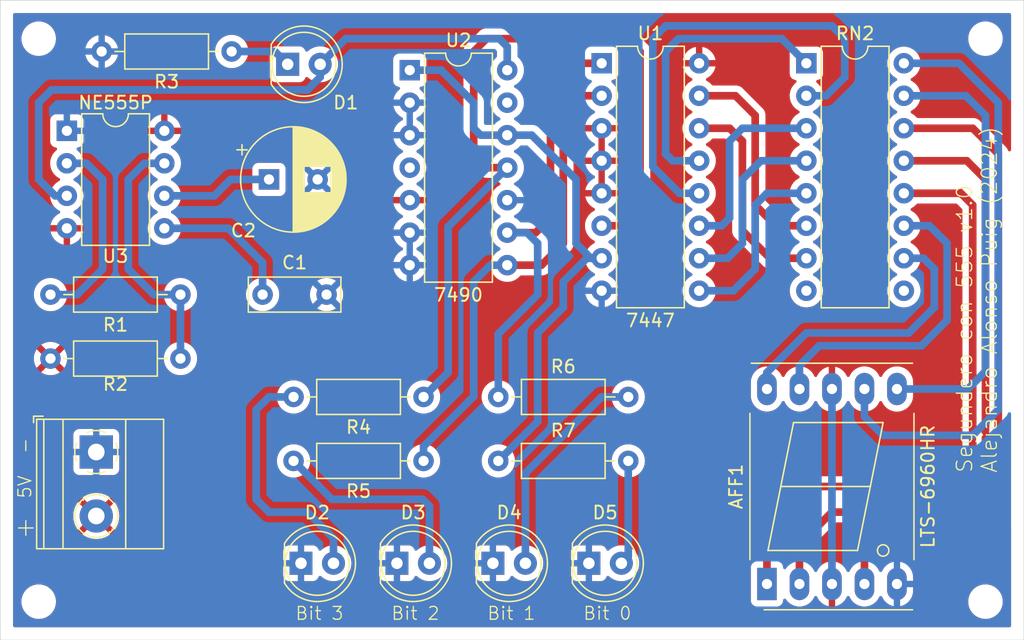
<source format=kicad_pcb>
(kicad_pcb (version 20221018) (generator pcbnew)
  (layers (0 "F.Cu" signal) (31 "B.Cu" signal) (34 "B.Paste" user) (35 "F.Paste" user) (36 "B.SilkS" user "B.Silkscreen") (37 "F.SilkS" user "F.Silkscreen") (38 "B.Mask" user) (39 "F.Mask" user) (44 "Edge.Cuts" user))
  (net 0 "")
  (net 1 "Net-(AFF1-e)")
  (net 2 "Net-(AFF1-d)")
  (net 3 "+5V")
  (net 4 "Net-(AFF1-c)")
  (net 5 "Earth")
  (net 6 "Net-(AFF1-b)")
  (net 7 "Net-(AFF1-a)")
  (net 8 "Net-(AFF1-f)")
  (net 9 "Net-(AFF1-g)")
  (net 10 "Net-(U3-CV)")
  (net 11 "Net-(U3-THR)")
  (net 12 "Net-(D1-K)")
  (net 13 "Net-(D1-A)")
  (net 14 "Net-(D2-A)")
  (net 15 "Net-(D3-A)")
  (net 16 "Net-(D4-A)")
  (net 17 "Net-(D5-A)")
  (net 18 "Net-(U3-DIS)")
  (net 19 "Net-(RN2-R1.1)")
  (net 20 "Net-(RN2-R2.1)")
  (net 21 "Net-(RN2-R3.1)")
  (net 22 "Net-(RN2-R4.1)")
  (net 23 "Net-(RN2-R5.1)")
  (net 24 "Net-(RN2-R6.1)")
  (net 25 "Net-(RN2-R7.1)")
  (net 28 "Net-(U1-D)")
  (net 29 "Net-(U1-C)")
  (net 30 "Net-(U1-B)")
  (net 31 "Net-(U1-A)")
  (footprint "Capacitor_THT:CP_Radial_D8.0mm_P3.80mm" (layer "F.Cu") (at 101 74)
    (fp_text reference "C2" (at -2 4) (layer "F.SilkS"))
    (fp_text value "470uF" hide)
    (pad "1" thru_hole rect (at 0 0) (size 1.6 1.6) (drill 0.8) (layers "*.Cu" "*.Mask") (net 11 "Net-(U3-THR)"))
    (pad "2" thru_hole circle (at 3.8 0) (size 1.6 1.6) (drill 0.8) (layers "*.Cu" "*.Mask") (net 5 "Earth"))
  )
  (footprint "Display_7Segment:7SegmentLED_LTS6760_LTS6780" (layer "F.Cu") (at 139.92 105.62 90)
    (fp_text reference "AFF1" (at 7.62 -2.42 90) (layer "F.SilkS"))
    (fp_text value "LTS-6960HR" (at 7.62 12.58 90) (layer "F.SilkS"))
    (pad "1" thru_hole rect (at 0 0) (size 1.524 2.524) (drill 0.8) (layers "*.Cu" "*.Mask") (net 1 "Net-(AFF1-e)"))
    (pad "2" thru_hole oval (at 0 2.54) (size 1.524 2.524) (drill 0.8) (layers "*.Cu" "*.Mask") (net 2 "Net-(AFF1-d)"))
    (pad "3" thru_hole oval (at 0 5.08) (size 1.524 2.524) (drill 0.8) (layers "*.Cu" "*.Mask") (net 3 "+5V"))
    (pad "4" thru_hole oval (at 0 7.62) (size 1.524 2.524) (drill 0.8) (layers "*.Cu" "*.Mask") (net 4 "Net-(AFF1-c)"))
    (pad "5" thru_hole oval (at 0 10.16) (size 1.524 2.524) (drill 0.8) (layers "*.Cu" "*.Mask") (net 5 "Earth"))
    (pad "6" thru_hole oval (at 15.24 10.16) (size 1.524 2.524) (drill 0.8) (layers "*.Cu" "*.Mask") (net 6 "Net-(AFF1-b)"))
    (pad "7" thru_hole oval (at 15.24 7.62) (size 1.524 2.524) (drill 0.8) (layers "*.Cu" "*.Mask") (net 7 "Net-(AFF1-a)"))
    (pad "8" thru_hole oval (at 15.24 5.08) (size 1.524 2.524) (drill 0.8) (layers "*.Cu" "*.Mask") (net 3 "+5V"))
    (pad "9" thru_hole oval (at 15.24 2.54) (size 1.524 2.524) (drill 0.8) (layers "*.Cu" "*.Mask") (net 8 "Net-(AFF1-f)"))
    (pad "10" thru_hole oval (at 15.24 0) (size 1.524 2.524) (drill 0.8) (layers "*.Cu" "*.Mask") (net 9 "Net-(AFF1-g)"))
  )
  (footprint "MountingHole:MountingHole_2.2mm_M2" (layer "F.Cu") (at 157 107)
    (fp_text reference "REF**" hide)
    (fp_text value "MountingHole_2.2mm_M2" hide)
    (pad "" np_thru_hole circle (at 0 0) (size 2.2 2.2) (drill 2.2) (layers "F&B.Cu" "*.Mask"))
  )
  (footprint "Capacitor_THT:C_Rect_L7.0mm_W2.5mm_P5.00mm" (layer "F.Cu") (at 100.5 83)
    (fp_text reference "C1" (at 2.5 -2.5) (layer "F.SilkS"))
    (fp_text value "10nF" hide)
    (pad "1" thru_hole circle (at 0 0) (size 1.6 1.6) (drill 0.8) (layers "*.Cu" "*.Mask") (net 10 "Net-(U3-CV)"))
    (pad "2" thru_hole circle (at 5 0) (size 1.6 1.6) (drill 0.8) (layers "*.Cu" "*.Mask") (net 5 "Earth"))
  )
  (footprint "Resistor_THT:R_Axial_DIN0207_L6.3mm_D2.5mm_P10.16mm_Horizontal" (layer "F.Cu") (at 118.92 91)
    (fp_text reference "R6" (at 5.08 -2.37) (layer "F.SilkS"))
    (fp_text value "330R" hide)
    (pad "1" thru_hole circle (at 0 0) (size 1.6 1.6) (drill 0.8) (layers "*.Cu" "*.Mask") (net 30 "Net-(U1-B)"))
    (pad "2" thru_hole oval (at 10.16 0) (size 1.6 1.6) (drill 0.8) (layers "*.Cu" "*.Mask") (net 16 "Net-(D4-A)"))
  )
  (footprint "Resistor_THT:R_Axial_DIN0207_L6.3mm_D2.5mm_P10.16mm_Horizontal" (layer "F.Cu") (at 94.08 83 180)
    (fp_text reference "R1" (at 5.08 -2.37) (layer "F.SilkS"))
    (fp_text value "1K" hide)
    (pad "1" thru_hole circle (at 0 0 180) (size 1.6 1.6) (drill 0.8) (layers "*.Cu" "*.Mask") (net 18 "Net-(U3-DIS)"))
    (pad "2" thru_hole oval (at 10.16 0 180) (size 1.6 1.6) (drill 0.8) (layers "*.Cu" "*.Mask") (net 11 "Net-(U3-THR)"))
  )
  (footprint "Resistor_THT:R_Axial_DIN0207_L6.3mm_D2.5mm_P10.16mm_Horizontal" (layer "F.Cu") (at 83.92 88)
    (fp_text reference "R2" (at 5.08 2) (layer "F.SilkS"))
    (fp_text value "1K" hide)
    (pad "1" thru_hole circle (at 0 0) (size 1.6 1.6) (drill 0.8) (layers "*.Cu" "*.Mask") (net 3 "+5V"))
    (pad "2" thru_hole oval (at 10.16 0) (size 1.6 1.6) (drill 0.8) (layers "*.Cu" "*.Mask") (net 18 "Net-(U3-DIS)"))
  )
  (footprint "Package_DIP:DIP-14_W7.62mm" (layer "F.Cu") (at 112 65.46)
    (fp_text reference "U2" (at 3.81 -2.33) (layer "F.SilkS"))
    (fp_text value "7490" (at 3.81 17.57) (layer "F.SilkS"))
    (pad "1" thru_hole rect (at 0 0) (size 1.6 1.6) (drill 0.8) (layers "*.Cu" "*.Mask") (net 31 "Net-(U1-A)"))
    (pad "2" thru_hole oval (at 0 2.54) (size 1.6 1.6) (drill 0.8) (layers "*.Cu" "*.Mask") (net 5 "Earth"))
    (pad "3" thru_hole oval (at 0 5.08) (size 1.6 1.6) (drill 0.8) (layers "*.Cu" "*.Mask") (net 5 "Earth"))
    (pad "4" thru_hole oval (at 0 7.62) (size 1.6 1.6) (drill 0.8) (layers "*.Cu" "*.Mask"))
    (pad "5" thru_hole oval (at 0 10.16) (size 1.6 1.6) (drill 0.8) (layers "*.Cu" "*.Mask") (net 3 "+5V"))
    (pad "6" thru_hole oval (at 0 12.7) (size 1.6 1.6) (drill 0.8) (layers "*.Cu" "*.Mask") (net 5 "Earth"))
    (pad "7" thru_hole oval (at 0 15.24) (size 1.6 1.6) (drill 0.8) (layers "*.Cu" "*.Mask") (net 5 "Earth"))
    (pad "8" thru_hole oval (at 7.62 15.24) (size 1.6 1.6) (drill 0.8) (layers "*.Cu" "*.Mask") (net 29 "Net-(U1-C)"))
    (pad "9" thru_hole oval (at 7.62 12.7) (size 1.6 1.6) (drill 0.8) (layers "*.Cu" "*.Mask") (net 30 "Net-(U1-B)"))
    (pad "10" thru_hole oval (at 7.62 10.16) (size 1.6 1.6) (drill 0.8) (layers "*.Cu" "*.Mask") (net 5 "Earth"))
    (pad "11" thru_hole oval (at 7.62 7.62) (size 1.6 1.6) (drill 0.8) (layers "*.Cu" "*.Mask") (net 28 "Net-(U1-D)"))
    (pad "12" thru_hole oval (at 7.62 5.08) (size 1.6 1.6) (drill 0.8) (layers "*.Cu" "*.Mask") (net 31 "Net-(U1-A)"))
    (pad "13" thru_hole oval (at 7.62 2.54) (size 1.6 1.6) (drill 0.8) (layers "*.Cu" "*.Mask"))
    (pad "14" thru_hole oval (at 7.62 0) (size 1.6 1.6) (drill 0.8) (layers "*.Cu" "*.Mask") (net 13 "Net-(D1-A)"))
  )
  (footprint "LED_THT:LED_D5.0mm" (layer "F.Cu") (at 111 104)
    (fp_text reference "D3" (at 1.27 -3.96) (layer "F.SilkS"))
    (fp_text value "LED" hide)
    (pad "1" thru_hole rect (at 0 0) (size 1.8 1.8) (drill 0.9) (layers "*.Cu" "*.Mask") (net 5 "Earth"))
    (pad "2" thru_hole circle (at 2.54 0) (size 1.8 1.8) (drill 0.9) (layers "*.Cu" "*.Mask") (net 15 "Net-(D3-A)"))
  )
  (footprint "LED_THT:LED_D5.0mm" (layer "F.Cu") (at 118.5 104)
    (fp_text reference "D4" (at 1.27 -3.96) (layer "F.SilkS"))
    (fp_text value "LED" hide)
    (pad "1" thru_hole rect (at 0 0) (size 1.8 1.8) (drill 0.9) (layers "*.Cu" "*.Mask") (net 5 "Earth"))
    (pad "2" thru_hole circle (at 2.54 0) (size 1.8 1.8) (drill 0.9) (layers "*.Cu" "*.Mask") (net 16 "Net-(D4-A)"))
  )
  (footprint "LED_THT:LED_D5.0mm" (layer "F.Cu") (at 102.46 65)
    (fp_text reference "D1" (at 4.54 3) (layer "F.SilkS"))
    (fp_text value "LED" hide)
    (pad "1" thru_hole rect (at 0 0) (size 1.8 1.8) (drill 0.9) (layers "*.Cu" "*.Mask") (net 12 "Net-(D1-K)"))
    (pad "2" thru_hole circle (at 2.54 0) (size 1.8 1.8) (drill 0.9) (layers "*.Cu" "*.Mask") (net 13 "Net-(D1-A)"))
  )
  (footprint "MountingHole:MountingHole_2.2mm_M2" (layer "F.Cu") (at 83 107)
    (fp_text reference "REF**" hide)
    (fp_text value "MountingHole_2.2mm_M2" hide)
    (pad "" np_thru_hole circle (at 0 0) (size 2.2 2.2) (drill 2.2) (layers "F&B.Cu" "*.Mask"))
  )
  (footprint "TerminalBlock_Phoenix:TerminalBlock_Phoenix_MKDS-1,5-2_1x02_P5.00mm_Horizontal" (layer "F.Cu") (at 87.5 95.305 -90)
    (fp_text reference "J1" hide)
    (fp_text value "5V in")
    (pad "1" thru_hole rect (at 0 0 270) (size 2.6 2.6) (drill 1.3) (layers "*.Cu" "*.Mask") (net 5 "Earth"))
    (pad "2" thru_hole circle (at 5 0 270) (size 2.6 2.6) (drill 1.3) (layers "*.Cu" "*.Mask") (net 3 "+5V"))
  )
  (footprint "MountingHole:MountingHole_2.2mm_M2" (layer "F.Cu") (at 83 63)
    (fp_text reference "REF**" hide)
    (fp_text value "MountingHole_2.2mm_M2" hide)
    (pad "" np_thru_hole circle (at 0 0) (size 2.2 2.2) (drill 2.2) (layers "*.Cu" "*.Mask"))
  )
  (footprint "Resistor_THT:R_Axial_DIN0207_L6.3mm_D2.5mm_P10.16mm_Horizontal" (layer "F.Cu") (at 113.08 96 180)
    (fp_text reference "R5" (at 5.08 -2.37) (layer "F.SilkS"))
    (fp_text value "330R" hide)
    (pad "1" thru_hole circle (at 0 0 180) (size 1.6 1.6) (drill 0.8) (layers "*.Cu" "*.Mask") (net 29 "Net-(U1-C)"))
    (pad "2" thru_hole oval (at 10.16 0 180) (size 1.6 1.6) (drill 0.8) (layers "*.Cu" "*.Mask") (net 15 "Net-(D3-A)"))
  )
  (footprint "Resistor_THT:R_Axial_DIN0207_L6.3mm_D2.5mm_P10.16mm_Horizontal" (layer "F.Cu") (at 113.08 91 180)
    (fp_text reference "R4" (at 5.08 -2.37) (layer "F.SilkS"))
    (fp_text value "330R" hide)
    (pad "1" thru_hole circle (at 0 0 180) (size 1.6 1.6) (drill 0.8) (layers "*.Cu" "*.Mask") (net 28 "Net-(U1-D)"))
    (pad "2" thru_hole oval (at 10.16 0 180) (size 1.6 1.6) (drill 0.8) (layers "*.Cu" "*.Mask") (net 14 "Net-(D2-A)"))
  )
  (footprint "LED_THT:LED_D5.0mm" (layer "F.Cu") (at 126 104)
    (fp_text reference "D5" (at 1.27 -3.96) (layer "F.SilkS"))
    (fp_text value "LED" hide)
    (pad "1" thru_hole rect (at 0 0) (size 1.8 1.8) (drill 0.9) (layers "*.Cu" "*.Mask") (net 5 "Earth"))
    (pad "2" thru_hole circle (at 2.54 0) (size 1.8 1.8) (drill 0.9) (layers "*.Cu" "*.Mask") (net 17 "Net-(D5-A)"))
  )
  (footprint "MountingHole:MountingHole_2.2mm_M2" (layer "F.Cu") (at 157 63)
    (fp_text reference "REF**" hide)
    (fp_text value "MountingHole_2.2mm_M2" hide)
    (pad "" np_thru_hole circle (at 0 0) (size 2.2 2.2) (drill 2.2) (layers "F&B.Cu" "*.Mask"))
  )
  (footprint "LED_THT:LED_D5.0mm" (layer "F.Cu") (at 103.5 104)
    (fp_text reference "D2" (at 1.27 -3.96) (layer "F.SilkS"))
    (fp_text value "LED" hide)
    (pad "1" thru_hole rect (at 0 0) (size 1.8 1.8) (drill 0.9) (layers "*.Cu" "*.Mask") (net 5 "Earth"))
    (pad "2" thru_hole circle (at 2.54 0) (size 1.8 1.8) (drill 0.9) (layers "*.Cu" "*.Mask") (net 14 "Net-(D2-A)"))
  )
  (footprint "Package_DIP:DIP-16_W7.62mm" (layer "F.Cu") (at 143 64.92)
    (fp_text reference "RN2" (at 3.81 -2.33) (layer "F.SilkS"))
    (fp_text value "330R")
    (pad "1" thru_hole rect (at 0 0) (size 1.6 1.6) (drill 0.8) (layers "*.Cu" "*.Mask") (net 19 "Net-(RN2-R1.1)"))
    (pad "2" thru_hole oval (at 0 2.54) (size 1.6 1.6) (drill 0.8) (layers "*.Cu" "*.Mask") (net 20 "Net-(RN2-R2.1)"))
    (pad "3" thru_hole oval (at 0 5.08) (size 1.6 1.6) (drill 0.8) (layers "*.Cu" "*.Mask") (net 21 "Net-(RN2-R3.1)"))
    (pad "4" thru_hole oval (at 0 7.62) (size 1.6 1.6) (drill 0.8) (layers "*.Cu" "*.Mask") (net 22 "Net-(RN2-R4.1)"))
    (pad "5" thru_hole oval (at 0 10.16) (size 1.6 1.6) (drill 0.8) (layers "*.Cu" "*.Mask") (net 23 "Net-(RN2-R5.1)"))
    (pad "6" thru_hole oval (at 0 12.7) (size 1.6 1.6) (drill 0.8) (layers "*.Cu" "*.Mask") (net 24 "Net-(RN2-R6.1)"))
    (pad "7" thru_hole oval (at 0 15.24) (size 1.6 1.6) (drill 0.8) (layers "*.Cu" "*.Mask") (net 25 "Net-(RN2-R7.1)"))
    (pad "8" thru_hole oval (at 0 17.78) (size 1.6 1.6) (drill 0.8) (layers "*.Cu" "*.Mask"))
    (pad "9" thru_hole oval (at 7.62 17.78) (size 1.6 1.6) (drill 0.8) (layers "*.Cu" "*.Mask"))
    (pad "10" thru_hole oval (at 7.62 15.24) (size 1.6 1.6) (drill 0.8) (layers "*.Cu" "*.Mask") (net 9 "Net-(AFF1-g)"))
    (pad "11" thru_hole oval (at 7.62 12.7) (size 1.6 1.6) (drill 0.8) (layers "*.Cu" "*.Mask") (net 8 "Net-(AFF1-f)"))
    (pad "12" thru_hole oval (at 7.62 10.16) (size 1.6 1.6) (drill 0.8) (layers "*.Cu" "*.Mask") (net 1 "Net-(AFF1-e)"))
    (pad "13" thru_hole oval (at 7.62 7.62) (size 1.6 1.6) (drill 0.8) (layers "*.Cu" "*.Mask") (net 2 "Net-(AFF1-d)"))
    (pad "14" thru_hole oval (at 7.62 5.08) (size 1.6 1.6) (drill 0.8) (layers "*.Cu" "*.Mask") (net 4 "Net-(AFF1-c)"))
    (pad "15" thru_hole oval (at 7.62 2.54) (size 1.6 1.6) (drill 0.8) (layers "*.Cu" "*.Mask") (net 6 "Net-(AFF1-b)"))
    (pad "16" thru_hole oval (at 7.62 0) (size 1.6 1.6) (drill 0.8) (layers "*.Cu" "*.Mask") (net 7 "Net-(AFF1-a)"))
  )
  (footprint "Package_DIP:DIP-16_W7.62mm" (layer "F.Cu") (at 127 64.92)
    (fp_text reference "U1" (at 3.81 -2.33) (layer "F.SilkS"))
    (fp_text value "7447" (at 3.81 20.11) (layer "F.SilkS"))
    (pad "1" thru_hole rect (at 0 0) (size 1.6 1.6) (drill 0.8) (layers "*.Cu" "*.Mask") (net 30 "Net-(U1-B)"))
    (pad "2" thru_hole oval (at 0 2.54) (size 1.6 1.6) (drill 0.8) (layers "*.Cu" "*.Mask") (net 29 "Net-(U1-C)"))
    (pad "3" thru_hole oval (at 0 5.08) (size 1.6 1.6) (drill 0.8) (layers "*.Cu" "*.Mask") (net 3 "+5V"))
    (pad "4" thru_hole oval (at 0 7.62) (size 1.6 1.6) (drill 0.8) (layers "*.Cu" "*.Mask") (net 3 "+5V"))
    (pad "5" thru_hole oval (at 0 10.16) (size 1.6 1.6) (drill 0.8) (layers "*.Cu" "*.Mask") (net 3 "+5V"))
    (pad "6" thru_hole oval (at 0 12.7) (size 1.6 1.6) (drill 0.8) (layers "*.Cu" "*.Mask") (net 28 "Net-(U1-D)"))
    (pad "7" thru_hole oval (at 0 15.24) (size 1.6 1.6) (drill 0.8) (layers "*.Cu" "*.Mask") (net 31 "Net-(U1-A)"))
    (pad "8" thru_hole oval (at 0 17.78) (size 1.6 1.6) (drill 0.8) (layers "*.Cu" "*.Mask") (net 5 "Earth"))
    (pad "9" thru_hole oval (at 7.62 17.78) (size 1.6 1.6) (drill 0.8) (layers "*.Cu" "*.Mask") (net 23 "Net-(RN2-R5.1)"))
    (pad "10" thru_hole oval (at 7.62 15.24) (size 1.6 1.6) (drill 0.8) (layers "*.Cu" "*.Mask") (net 22 "Net-(RN2-R4.1)"))
    (pad "11" thru_hole oval (at 7.62 12.7) (size 1.6 1.6) (drill 0.8) (layers "*.Cu" "*.Mask") (net 21 "Net-(RN2-R3.1)"))
    (pad "12" thru_hole oval (at 7.62 10.16) (size 1.6 1.6) (drill 0.8) (layers "*.Cu" "*.Mask") (net 20 "Net-(RN2-R2.1)"))
    (pad "13" thru_hole oval (at 7.62 7.62) (size 1.6 1.6) (drill 0.8) (layers "*.Cu" "*.Mask") (net 19 "Net-(RN2-R1.1)"))
    (pad "14" thru_hole oval (at 7.62 5.08) (size 1.6 1.6) (drill 0.8) (layers "*.Cu" "*.Mask") (net 25 "Net-(RN2-R7.1)"))
    (pad "15" thru_hole oval (at 7.62 2.54) (size 1.6 1.6) (drill 0.8) (layers "*.Cu" "*.Mask") (net 24 "Net-(RN2-R6.1)"))
    (pad "16" thru_hole oval (at 7.62 0) (size 1.6 1.6) (drill 0.8) (layers "*.Cu" "*.Mask") (net 3 "+5V"))
  )
  (footprint "Package_DIP:DIP-8_W7.62mm" (layer "F.Cu") (at 85.2 70.2)
    (fp_text reference "U3" (at 3.8 9.8) (layer "F.SilkS"))
    (fp_text value "NE555P" (at 3.81 -2.2) (layer "F.SilkS"))
    (pad "1" thru_hole rect (at 0 0) (size 1.6 1.6) (drill 0.8) (layers "*.Cu" "*.Mask") (net 5 "Earth"))
    (pad "2" thru_hole oval (at 0 2.54) (size 1.6 1.6) (drill 0.8) (layers "*.Cu" "*.Mask") (net 11 "Net-(U3-THR)"))
    (pad "3" thru_hole oval (at 0 5.08) (size 1.6 1.6) (drill 0.8) (layers "*.Cu" "*.Mask") (net 13 "Net-(D1-A)"))
    (pad "4" thru_hole oval (at 0 7.62) (size 1.6 1.6) (drill 0.8) (layers "*.Cu" "*.Mask") (net 3 "+5V"))
    (pad "5" thru_hole oval (at 7.62 7.62) (size 1.6 1.6) (drill 0.8) (layers "*.Cu" "*.Mask") (net 10 "Net-(U3-CV)"))
    (pad "6" thru_hole oval (at 7.62 5.08) (size 1.6 1.6) (drill 0.8) (layers "*.Cu" "*.Mask") (net 11 "Net-(U3-THR)"))
    (pad "7" thru_hole oval (at 7.62 2.54) (size 1.6 1.6) (drill 0.8) (layers "*.Cu" "*.Mask") (net 18 "Net-(U3-DIS)"))
    (pad "8" thru_hole oval (at 7.62 0) (size 1.6 1.6) (drill 0.8) (layers "*.Cu" "*.Mask") (net 3 "+5V"))
  )
  (footprint "Resistor_THT:R_Axial_DIN0207_L6.3mm_D2.5mm_P10.16mm_Horizontal" (layer "F.Cu") (at 98.08 64 180)
    (fp_text reference "R3" (at 5.08 -2.37) (layer "F.SilkS"))
    (fp_text value "330R" hide)
    (pad "1" thru_hole circle (at 0 0 180) (size 1.6 1.6) (drill 0.8) (layers "*.Cu" "*.Mask") (net 12 "Net-(D1-K)"))
    (pad "2" thru_hole oval (at 10.16 0 180) (size 1.6 1.6) (drill 0.8) (layers "*.Cu" "*.Mask") (net 5 "Earth"))
  )
  (footprint "Resistor_THT:R_Axial_DIN0207_L6.3mm_D2.5mm_P10.16mm_Horizontal" (layer "F.Cu") (at 118.92 96)
    (fp_text reference "R7" (at 5.08 -2.37) (layer "F.SilkS"))
    (fp_text value "330R" hide)
    (pad "1" thru_hole circle (at 0 0) (size 1.6 1.6) (drill 0.8) (layers "*.Cu" "*.Mask") (net 31 "Net-(U1-A)"))
    (pad "2" thru_hole oval (at 10.16 0) (size 1.6 1.6) (drill 0.8) (layers "*.Cu" "*.Mask") (net 17 "Net-(D5-A)"))
  )
  (gr_line (start 80 110) (end 160 110) (stroke (width 0.05)) (layer "Edge.Cuts"))
  (gr_line (start 160 60) (end 80 60) (stroke (width 0.05)) (layer "Edge.Cuts"))
  (gr_line (start 80 60) (end 80 110) (stroke (width 0.05)) (layer "Edge.Cuts"))
  (gr_line (start 160 110) (end 160 60) (stroke (width 0.05)) (layer "Edge.Cuts"))
  (gr_text "Bit 0" (at 125.5 108.5) (layer "F.SilkS") (effects (font (size 1 1) (thickness 0.1)) (justify left bottom)))
  (gr_text "Segundero con 555 v1.0\nAlejandro Alonso Puig (2024)" (at 158 97 90) (layer "F.SilkS") (effects (font (size 1.2 1.2) (thickness 0.1)) (justify left bottom)))
  (gr_text "-" (at 82.5 95.5 90) (layer "F.SilkS") (effects (font (size 1 1) (thickness 0.1)) (justify left bottom)))
  (gr_text "Bit 1" (at 118 108.5) (layer "F.SilkS") (effects (font (size 1 1) (thickness 0.1)) (justify left bottom)))
  (gr_text "+" (at 81 102) (layer "F.SilkS") (effects (font (size 1.5 1.5) (thickness 0.1)) (justify left bottom)))
  (gr_text "5V" (at 82.5 99 90) (layer "F.SilkS") (effects (font (size 1 1) (thickness 0.1)) (justify left bottom)))
  (gr_text "Bit 3" (at 103 108.5) (layer "F.SilkS") (effects (font (size 1 1) (thickness 0.1)) (justify left bottom)))
  (gr_text "Bit 2" (at 110.5 108.5) (layer "F.SilkS") (effects (font (size 1 1) (thickness 0.1)) (justify left bottom)))
  (segment (start 142 98) (end 155 98) (width 0.6) (layer "F.Cu") (net 1))
  (segment (start 155 75) (end 154.92 75.08) (width 0.6) (layer "F.Cu") (net 1))
  (segment (start 156 76) (end 155 75) (width 0.6) (layer "F.Cu") (net 1))
  (segment (start 139.92 100.08) (end 142 98) (width 0.6) (layer "F.Cu") (net 1))
  (segment (start 154.92 75.08) (end 150.62 75.08) (width 0.6) (layer "F.Cu") (net 1))
  (segment (start 156 97) (end 156 76) (width 0.6) (layer "F.Cu") (net 1))
  (segment (start 139.92 105.62) (end 139.92 100.08) (width 0.6) (layer "F.Cu") (net 1))
  (segment (start 155 98) (end 156 97) (width 0.6) (layer "F.Cu") (net 1))
  (segment (start 142.46 105.62) (end 142.46 102.54) (width 0.6) (layer "F.Cu") (net 2))
  (segment (start 142.46 102.54) (end 145 100) (width 0.6) (layer "F.Cu") (net 2))
  (segment (start 157 99) (end 157 74) (width 0.6) (layer "F.Cu") (net 2))
  (segment (start 156 100) (end 157 99) (width 0.6) (layer "F.Cu") (net 2))
  (segment (start 157 74) (end 155.54 72.54) (width 0.6) (layer "F.Cu") (net 2))
  (segment (start 145 100) (end 156 100) (width 0.6) (layer "F.Cu") (net 2))
  (segment (start 155.54 72.54) (end 150.62 72.54) (width 0.6) (layer "F.Cu") (net 2))
  (segment (start 145 90.38) (end 145 105.62) (width 0.6) (layer "B.Cu") (net 3))
  (segment (start 158 101) (end 158 72) (width 0.6) (layer "F.Cu") (net 4))
  (segment (start 149 102) (end 157 102) (width 0.6) (layer "F.Cu") (net 4))
  (segment (start 157 102) (end 158 101) (width 0.6) (layer "F.Cu") (net 4))
  (segment (start 158 72) (end 156 70) (width 0.6) (layer "F.Cu") (net 4))
  (segment (start 156 70) (end 150.62 70) (width 0.6) (layer "F.Cu") (net 4))
  (segment (start 147.54 103.46) (end 149 102) (width 0.6) (layer "F.Cu") (net 4))
  (segment (start 147.54 105.62) (end 147.54 103.46) (width 0.6) (layer "F.Cu") (net 4))
  (segment (start 157 89) (end 157 69) (width 0.6) (layer "B.Cu") (net 6))
  (segment (start 157 69) (end 155.46 67.46) (width 0.6) (layer "B.Cu") (net 6))
  (segment (start 155.46 67.46) (end 150.62 67.46) (width 0.6) (layer "B.Cu") (net 6))
  (segment (start 155.62 90.38) (end 157 89) (width 0.6) (layer "B.Cu") (net 6))
  (segment (start 150.08 90.38) (end 155.62 90.38) (width 0.6) (layer "B.Cu") (net 6))
  (segment (start 158 92) (end 158 68) (width 0.6) (layer "B.Cu") (net 7))
  (segment (start 156 94) (end 158 92) (width 0.6) (layer "B.Cu") (net 7))
  (segment (start 147.54 92.54) (end 149 94) (width 0.6) (layer "B.Cu") (net 7))
  (segment (start 154.92 64.92) (end 150.62 64.92) (width 0.6) (layer "B.Cu") (net 7))
  (segment (start 158 68) (end 154.92 64.92) (width 0.6) (layer "B.Cu") (net 7))
  (segment (start 147.54 90.38) (end 147.54 92.54) (width 0.6) (layer "B.Cu") (net 7))
  (segment (start 149 94) (end 156 94) (width 0.6) (layer "B.Cu") (net 7))
  (segment (start 144 87) (end 152 87) (width 0.6) (layer "B.Cu") (net 8))
  (segment (start 142.46 88.54) (end 144 87) (width 0.6) (layer "B.Cu") (net 8))
  (segment (start 152 87) (end 154 85) (width 0.6) (layer "B.Cu") (net 8))
  (segment (start 154 85) (end 154 79) (width 0.6) (layer "B.Cu") (net 8))
  (segment (start 152.62 77.62) (end 150.62 77.62) (width 0.6) (layer "B.Cu") (net 8))
  (segment (start 142.46 90.38) (end 142.46 88.54) (width 0.6) (layer "B.Cu") (net 8))
  (segment (start 154 79) (end 152.62 77.62) (width 0.6) (layer "B.Cu") (net 8))
  (segment (start 139.92 90.38) (end 139.92 89.08) (width 0.6) (layer "B.Cu") (net 9))
  (segment (start 153 81) (end 152.16 80.16) (width 0.6) (layer "B.Cu") (net 9))
  (segment (start 151 86) (end 153 84) (width 0.6) (layer "B.Cu") (net 9))
  (segment (start 153 84) (end 153 81) (width 0.6) (layer "B.Cu") (net 9))
  (segment (start 139.92 89.08) (end 143 86) (width 0.6) (layer "B.Cu") (net 9))
  (segment (start 152.16 80.16) (end 150.62 80.16) (width 0.6) (layer "B.Cu") (net 9))
  (segment (start 143 86) (end 151 86) (width 0.6) (layer "B.Cu") (net 9))
  (segment (start 100.5 80.5) (end 100.5 83) (width 0.6) (layer "B.Cu") (net 10))
  (segment (start 97.82 77.82) (end 100.5 80.5) (width 0.6) (layer "B.Cu") (net 10))
  (segment (start 92.82 77.82) (end 97.82 77.82) (width 0.6) (layer "B.Cu") (net 10))
  (segment (start 101 74) (end 98 74) (width 0.6) (layer "B.Cu") (net 11))
  (segment (start 98 74) (end 96.72 75.28) (width 0.6) (layer "B.Cu") (net 11))
  (segment (start 83.92 83) (end 86 83) (width 0.6) (layer "B.Cu") (net 11))
  (segment (start 86 83) (end 88 81) (width 0.6) (layer "B.Cu") (net 11))
  (segment (start 96.72 75.28) (end 92.82 75.28) (width 0.6) (layer "B.Cu") (net 11))
  (segment (start 86.74 72.74) (end 85.2 72.74) (width 0.6) (layer "B.Cu") (net 11))
  (segment (start 88 74) (end 86.74 72.74) (width 0.6) (layer "B.Cu") (net 11))
  (segment (start 88 81) (end 88 74) (width 0.6) (layer "B.Cu") (net 11))
  (segment (start 101.46 64) (end 102.46 65) (width 0.6) (layer "B.Cu") (net 12))
  (segment (start 98.08 64) (end 101.46 64) (width 0.6) (layer "B.Cu") (net 12))
  (segment (start 105 65) (end 105 66) (width 0.6) (layer "B.Cu") (net 13))
  (segment (start 83 68) (end 83 74) (width 0.6) (layer "B.Cu") (net 13))
  (segment (start 105 65) (end 107 63) (width 0.6) (layer "B.Cu") (net 13))
  (segment (start 107 63) (end 119 63) (width 0.6) (layer "B.Cu") (net 13))
  (segment (start 105 66) (end 104 67) (width 0.6) (layer "B.Cu") (net 13))
  (segment (start 84 67) (end 83 68) (width 0.6) (layer "B.Cu") (net 13))
  (segment (start 84.28 75.28) (end 85.2 75.28) (width 0.6) (layer "B.Cu") (net 13))
  (segment (start 83 74) (end 84.28 75.28) (width 0.6) (layer "B.Cu") (net 13))
  (segment (start 119.62 63.62) (end 119.62 65.46) (width 0.6) (layer "B.Cu") (net 13))
  (segment (start 119 63) (end 119.62 63.62) (width 0.6) (layer "B.Cu") (net 13))
  (segment (start 104 67) (end 84 67) (width 0.6) (layer "B.Cu") (net 13))
  (segment (start 106.04 104) (end 106.04 102.04) (width 0.6) (layer "B.Cu") (net 14))
  (segment (start 104 100) (end 101 100) (width 0.6) (layer "B.Cu") (net 14))
  (segment (start 106.04 102.04) (end 104 100) (width 0.6) (layer "B.Cu") (net 14))
  (segment (start 100 92) (end 101 91) (width 0.6) (layer "B.Cu") (net 14))
  (segment (start 101 100) (end 100 99) (width 0.6) (layer "B.Cu") (net 14))
  (segment (start 101 91) (end 102.92 91) (width 0.6) (layer "B.Cu") (net 14))
  (segment (start 100 99) (end 100 92) (width 0.6) (layer "B.Cu") (net 14))
  (segment (start 105.92 99) (end 102.92 96) (width 0.6) (layer "B.Cu") (net 15))
  (segment (start 113.54 99.54) (end 113 99) (width 0.6) (layer "B.Cu") (net 15))
  (segment (start 113.54 104) (end 113.54 99.54) (width 0.6) (layer "B.Cu") (net 15))
  (segment (start 113 99) (end 105.92 99) (width 0.6) (layer "B.Cu") (net 15))
  (segment (start 129.08 91) (end 127 91) (width 0.6) (layer "B.Cu") (net 16))
  (segment (start 121.04 96.96) (end 121.04 104) (width 0.6) (layer "B.Cu") (net 16))
  (segment (start 127 91) (end 121.04 96.96) (width 0.6) (layer "B.Cu") (net 16))
  (segment (start 129.08 96) (end 129.08 103.46) (width 0.6) (layer "B.Cu") (net 17))
  (segment (start 129.08 103.46) (end 128.54 104) (width 0.6) (layer "B.Cu") (net 17))
  (segment (start 94.08 88) (end 94.08 83) (width 0.6) (layer "B.Cu") (net 18))
  (segment (start 90 74) (end 91.26 72.74) (width 0.6) (layer "B.Cu") (net 18))
  (segment (start 92 83) (end 90 81) (width 0.6) (layer "B.Cu") (net 18))
  (segment (start 94.08 83) (end 92 83) (width 0.6) (layer "B.Cu") (net 18))
  (segment (start 91.26 72.74) (end 92.82 72.74) (width 0.6) (layer "B.Cu") (net 18))
  (segment (start 90 81) (end 90 74) (width 0.6) (layer "B.Cu") (net 18))
  (segment (start 132 64) (end 133 63) (width 0.6) (layer "B.Cu") (net 19))
  (segment (start 141.08 63) (end 143 64.92) (width 0.6) (layer "B.Cu") (net 19))
  (segment (start 134.62 72.54) (end 132.54 72.54) (width 0.6) (layer "B.Cu") (net 19))
  (segment (start 133 63) (end 141.08 63) (width 0.6) (layer "B.Cu") (net 19))
  (segment (start 132 72) (end 132 64) (width 0.6) (layer "B.Cu") (net 19))
  (segment (start 132.54 72.54) (end 132 72) (width 0.6) (layer "B.Cu") (net 19))
  (segment (start 144.54 67.46) (end 143 67.46) (width 0.6) (layer "B.Cu") (net 20))
  (segment (start 133.08 75.08) (end 131 73) (width 0.6) (layer "B.Cu") (net 20))
  (segment (start 146 66) (end 144.54 67.46) (width 0.6) (layer "B.Cu") (net 20))
  (segment (start 134.62 75.08) (end 133.08 75.08) (width 0.6) (layer "B.Cu") (net 20))
  (segment (start 145 62) (end 146 63) (width 0.6) (layer "B.Cu") (net 20))
  (segment (start 146 63) (end 146 66) (width 0.6) (layer "B.Cu") (net 20))
  (segment (start 132 62) (end 145 62) (width 0.6) (layer "B.Cu") (net 20))
  (segment (start 131 73) (end 131 63) (width 0.6) (layer "B.Cu") (net 20))
  (segment (start 131 63) (end 132 62) (width 0.6) (layer "B.Cu") (net 20))
  (segment (start 137 77) (end 137 71) (width 0.6) (layer "B.Cu") (net 21))
  (segment (start 137 71) (end 138 70) (width 0.6) (layer "B.Cu") (net 21))
  (segment (start 136.38 77.62) (end 137 77) (width 0.6) (layer "B.Cu") (net 21))
  (segment (start 134.62 77.62) (end 136.38 77.62) (width 0.6) (layer "B.Cu") (net 21))
  (segment (start 138 70) (end 143 70) (width 0.6) (layer "B.Cu") (net 21))
  (segment (start 136.84 80.16) (end 138 79) (width 0.6) (layer "B.Cu") (net 22))
  (segment (start 139.46 72.54) (end 143 72.54) (width 0.6) (layer "B.Cu") (net 22))
  (segment (start 138 74) (end 139.46 72.54) (width 0.6) (layer "B.Cu") (net 22))
  (segment (start 138 79) (end 138 74) (width 0.6) (layer "B.Cu") (net 22))
  (segment (start 134.62 80.16) (end 136.84 80.16) (width 0.6) (layer "B.Cu") (net 22))
  (segment (start 134.62 82.7) (end 137.3 82.7) (width 0.6) (layer "B.Cu") (net 23))
  (segment (start 139.92 75.08) (end 143 75.08) (width 0.6) (layer "B.Cu") (net 23))
  (segment (start 137.3 82.7) (end 139 81) (width 0.6) (layer "B.Cu") (net 23))
  (segment (start 139 76) (end 139.92 75.08) (width 0.6) (layer "B.Cu") (net 23))
  (segment (start 139 81) (end 139 76) (width 0.6) (layer "B.Cu") (net 23))
  (segment (start 139 76) (end 140.62 77.62) (width 0.6) (layer "F.Cu") (net 24))
  (segment (start 140.62 77.62) (end 143 77.62) (width 0.6) (layer "F.Cu") (net 24))
  (segment (start 137.46 67.46) (end 139 69) (width 0.6) (layer "F.Cu") (net 24))
  (segment (start 139 69) (end 139 76) (width 0.6) (layer "F.Cu") (net 24))
  (segment (start 134.62 67.46) (end 137.46 67.46) (width 0.6) (layer "F.Cu") (net 24))
  (segment (start 138 71) (end 138 78) (width 0.6) (layer "F.Cu") (net 25))
  (segment (start 138 78) (end 140.16 80.16) (width 0.6) (layer "F.Cu") (net 25))
  (segment (start 137 70) (end 138 71) (width 0.6) (layer "F.Cu") (net 25))
  (segment (start 140.16 80.16) (end 143 80.16) (width 0.6) (layer "F.Cu") (net 25))
  (segment (start 134.62 70) (end 137 70) (width 0.6) (layer "F.Cu") (net 25))
  (segment (start 117 64) (end 118 63) (width 0.6) (layer "F.Cu") (net 28))
  (segment (start 129 63) (end 130 64) (width 0.6) (layer "F.Cu") (net 28))
  (segment (start 119.62 73.08) (end 118.08 73.08) (width 0.6) (layer "F.Cu") (net 28))
  (segment (start 130 64) (end 130 76) (width 0.6) (layer "F.Cu") (net 28))
  (segment (start 130 76) (end 128.38 77.62) (width 0.6) (layer "F.Cu") (net 28))
  (segment (start 128.38 77.62) (end 127 77.62) (width 0.6) (layer "F.Cu") (net 28))
  (segment (start 118 63) (end 129 63) (width 0.6) (layer "F.Cu") (net 28))
  (segment (start 118.08 73.08) (end 117 72) (width 0.6) (layer "F.Cu") (net 28))
  (segment (start 117 72) (end 117 64) (width 0.6) (layer "F.Cu") (net 28))
  (segment (start 115 77.7) (end 115 89.08) (width 0.6) (layer "B.Cu") (net 28))
  (segment (start 115 89.08) (end 113.08 91) (width 0.6) (layer "B.Cu") (net 28))
  (segment (start 119.62 73.08) (end 115 77.7) (width 0.6) (layer "B.Cu") (net 28))
  (segment (start 119.62 80.7) (end 122.3 80.7) (width 0.6) (layer "F.Cu") (net 29))
  (segment (start 125.54 67.46) (end 127 67.46) (width 0.6) (layer "F.Cu") (net 29))
  (segment (start 124 79) (end 124 69) (width 0.6) (layer "F.Cu") (net 29))
  (segment (start 124 69) (end 125.54 67.46) (width 0.6) (layer "F.Cu") (net 29))
  (segment (start 122.3 80.7) (end 124 79) (width 0.6) (layer "F.Cu") (net 29))
  (segment (start 118.3 80.7) (end 119.62 80.7) (width 0.6) (layer "B.Cu") (net 29))
  (segment (start 117 82) (end 118.3 80.7) (width 0.6) (layer "B.Cu") (net 29))
  (segment (start 117 90.94863) (end 117 82) (width 0.6) (layer "B.Cu") (net 29))
  (segment (start 113.08 96) (end 113.08 94.86863) (width 0.6) (layer "B.Cu") (net 29))
  (segment (start 113.08 94.86863) (end 117 90.94863) (width 0.6) (layer "B.Cu") (net 29))
  (segment (start 121.84 78.16) (end 123 77) (width 0.6) (layer "F.Cu") (net 30))
  (segment (start 119.62 78.16) (end 121.84 78.16) (width 0.6) (layer "F.Cu") (net 30))
  (segment (start 124.08 64.92) (end 127 64.92) (width 0.6) (layer "F.Cu") (net 30))
  (segment (start 123 66) (end 124.08 64.92) (width 0.6) (layer "F.Cu") (net 30))
  (segment (start 123 77) (end 123 66) (width 0.6) (layer "F.Cu") (net 30))
  (segment (start 122 79) (end 121.16 78.16) (width 0.6) (layer "B.Cu") (net 30))
  (segment (start 122 83) (end 122 79) (width 0.6) (layer "B.Cu") (net 30))
  (segment (start 121.16 78.16) (end 119.62 78.16) (width 0.6) (layer "B.Cu") (net 30))
  (segment (start 118.92 91) (end 118.92 86.08) (width 0.6) (layer "B.Cu") (net 30))
  (segment (start 118.92 86.08) (end 122 83) (width 0.6) (layer "B.Cu") (net 30))
  (segment (start 125 79) (end 125 74) (width 0.6) (layer "B.Cu") (net 31))
  (segment (start 117 70) (end 117.54 70.54) (width 0.6) (layer "B.Cu") (net 31))
  (segment (start 112 65.46) (end 114.46 65.46) (width 0.6) (layer "B.Cu") (net 31))
  (segment (start 114.46 65.46) (end 117 68) (width 0.6) (layer "B.Cu") (net 31))
  (segment (start 117.54 70.54) (end 119.62 70.54) (width 0.6) (layer "B.Cu") (net 31))
  (segment (start 126.16 80.16) (end 125 79) (width 0.6) (layer "B.Cu") (net 31))
  (segment (start 122 86) (end 124 84) (width 0.6) (layer "B.Cu") (net 31))
  (segment (start 125.84 80.16) (end 127 80.16) (width 0.6) (layer "B.Cu") (net 31))
  (segment (start 125 74) (end 121.54 70.54) (width 0.6) (layer "B.Cu") (net 31))
  (segment (start 117 68) (end 117 70) (width 0.6) (layer "B.Cu") (net 31))
  (segment (start 127 80.16) (end 126.16 80.16) (width 0.6) (layer "B.Cu") (net 31))
  (segment (start 121.54 70.54) (end 119.62 70.54) (width 0.6) (layer "B.Cu") (net 31))
  (segment (start 122 92.92) (end 122 86) (width 0.6) (layer "B.Cu") (net 31))
  (segment (start 124 82) (end 125.84 80.16) (width 0.6) (layer "B.Cu") (net 31))
  (segment (start 124 84) (end 124 82) (width 0.6) (layer "B.Cu") (net 31))
  (segment (start 118.92 96) (end 122 92.92) (width 0.6) (layer "B.Cu") (net 31))
  (zone (net 3) (net_name "+5V") (layer "F.Cu") (connect_pads (clearance 0.5)) (min_thickness 0.25) (fill yes (thermal_gap 0.5) (thermal_bridge_width 0.5))
    (polygon (pts (xy 81 61) (xy 159 61) (xy 159 109) (xy 81 109)))
  )
  (zone (net 5) (net_name "Earth") (layer "B.Cu") (priority 1) (connect_pads (clearance 0.5)) (min_thickness 0.25) (fill yes (thermal_gap 0.5) (thermal_bridge_width 0.5))
    (polygon (pts (xy 81 61) (xy 159 61) (xy 159 109) (xy 81 109)))
  )
)
</source>
